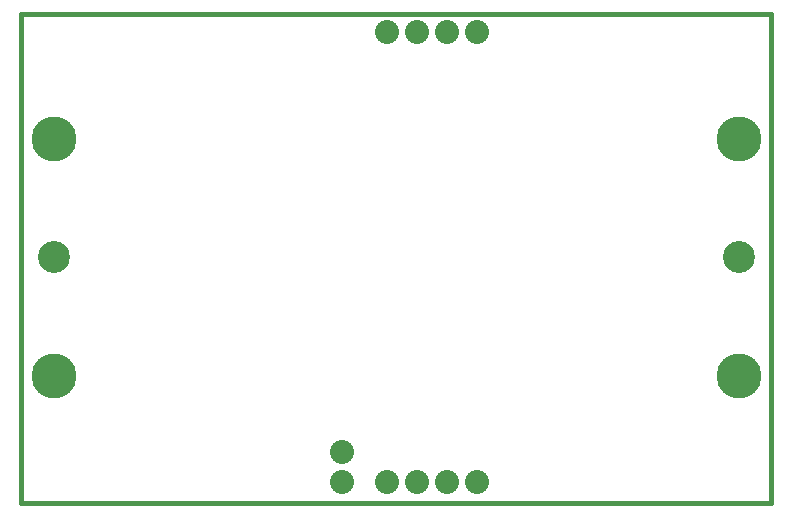
<source format=gts>
G04 (created by PCBNEW-RS274X (2011-07-02 BZR 3034)-testing) date Sat 25 Feb 2012 03:47:28 PM CET*
G01*
G70*
G90*
%MOIN*%
G04 Gerber Fmt 3.4, Leading zero omitted, Abs format*
%FSLAX34Y34*%
G04 APERTURE LIST*
%ADD10C,0.006000*%
%ADD11C,0.015000*%
%ADD12C,0.106600*%
%ADD13C,0.149900*%
%ADD14C,0.080000*%
G04 APERTURE END LIST*
G54D10*
G54D11*
X23800Y-20300D02*
X23800Y-36600D01*
X48800Y-20300D02*
X23800Y-20300D01*
X48800Y-36600D02*
X48800Y-20300D01*
X23800Y-36600D02*
X48800Y-36600D01*
G54D12*
X24883Y-28400D03*
X47717Y-28400D03*
G54D13*
X24883Y-24463D03*
X24883Y-32337D03*
X47717Y-24463D03*
X47717Y-32337D03*
G54D14*
X39009Y-20900D03*
X38009Y-20900D03*
X37009Y-20900D03*
X36009Y-20900D03*
X39009Y-35900D03*
X38009Y-35900D03*
X37009Y-35900D03*
X36009Y-35900D03*
X34509Y-35900D03*
X34509Y-34900D03*
M02*

</source>
